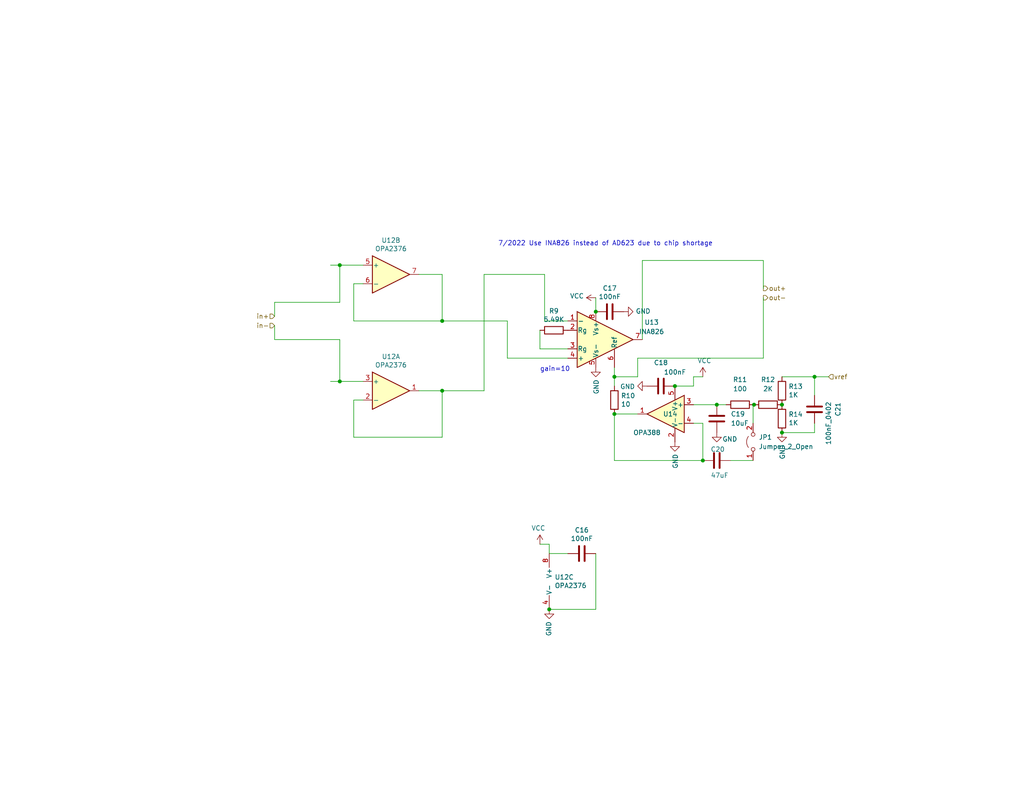
<source format=kicad_sch>
(kicad_sch (version 20230121) (generator eeschema)
  (paper "USLetter")
  (title_block (date "2023-08-21") (rev "9") (company "Boulder, CO 80305") (comment 1 "325 Broadway") (comment 2 "NIST") (comment 3 "Sae Woo Nam"))
  (lib_symbols
    (symbol "0JLC-6:10" (pin_numbers hide) (pin_names (offset 0))
      (property "Reference" "R" (at 2.032 0 90))
      (property "Value" "10" (at 0 0 90))
      (symbol "10_0_1"
        (rectangle (start -1.016 -2.54) (end 1.016 2.54) (stroke (width 0.254)))
      )
      (symbol "10_1_1"
        (pin passive line (at 0 3.81 270) (length 1.27) (name "~") (number "1"))
        (pin passive line (at 0 -3.81 90) (length 1.27) (name "~") (number "2"))
      )
    )
    (symbol "0JLC-6:100" (pin_numbers hide) (pin_names (offset 0))
      (property "Reference" "R" (at 2.032 0 90))
      (property "Value" "100" (at 0 0 90))
      (symbol "100_0_1"
        (rectangle (start -1.016 -2.54) (end 1.016 2.54) (stroke (width 0.254)))
      )
      (symbol "100_1_1"
        (pin passive line (at 0 3.81 270) (length 1.27) (name "~") (number "1"))
        (pin passive line (at 0 -3.81 90) (length 1.27) (name "~") (number "2"))
      )
    )
    (symbol "0JLC-6:10K" (pin_numbers hide) (pin_names (offset 0))
      (property "Reference" "R" (at 2.032 0 90))
      (property "Value" "10K" (at 0 0 90))
      (symbol "10K_0_1"
        (rectangle (start -1.016 -2.54) (end 1.016 2.54) (stroke (width 0.254)))
      )
      (symbol "10K_1_1"
        (pin passive line (at 0 3.81 270) (length 1.27) (name "~") (number "1"))
        (pin passive line (at 0 -3.81 90) (length 1.27) (name "~") (number "2"))
      )
    )
    (symbol "0JLC-6:10uF_1206_50V" (pin_numbers hide) (pin_names (offset 0.254))
      (property "Reference" "C" (at 0.635 2.54 0))
      (property "Value" "10uF_1206_50V" (at 0.635 -2.54 0))
      (symbol "10uF_1206_50V_0_1"
        (polyline (pts (xy -2.032 -0.762) (xy 2.032 -0.762)) (stroke (width 0.508)))
        (polyline (pts (xy -2.032 0.762) (xy 2.032 0.762)) (stroke (width 0.508)))
      )
      (symbol "10uF_1206_50V_1_1"
        (pin passive line (at 0 3.81 270) (length 2.794) (name "~") (number "1"))
        (pin passive line (at 0 -3.81 90) (length 2.794) (name "~") (number "2"))
      )
    )
    (symbol "0JLC-6:2K" (pin_numbers hide) (pin_names (offset 0))
      (property "Reference" "R" (at 2.032 0 90))
      (property "Value" "2K" (at 0 0 90))
      (symbol "2K_0_1"
        (rectangle (start -1.016 -2.54) (end 1.016 2.54) (stroke (width 0.254)))
      )
      (symbol "2K_1_1"
        (pin passive line (at 0 3.81 270) (length 1.27) (name "~") (number "1"))
        (pin passive line (at 0 -3.81 90) (length 1.27) (name "~") (number "2"))
      )
    )
    (symbol "0JLC-7:100nF" (pin_numbers hide) (pin_names (offset 0.254))
      (property "Reference" "C8" (at -3.81 -1.2701 0))
      (property "Value" "100nF" (at -3.81 1.2699 0))
      (symbol "100nF_0_1"
        (polyline (pts (xy -2.032 -0.762) (xy 2.032 -0.762)) (stroke (width 0.508)))
        (polyline (pts (xy -2.032 0.762) (xy 2.032 0.762)) (stroke (width 0.508)))
      )
      (symbol "100nF_1_1"
        (pin passive line (at 0 3.81 270) (length 2.794) (name "~") (number "1"))
        (pin passive line (at 0 -3.81 90) (length 2.794) (name "~") (number "2"))
      )
    )
    (symbol "0JLC-7:100nF_0402" (pin_numbers hide) (pin_names (offset 0.254))
      (property "Reference" "C?" (at -6.4008 0 90))
      (property "Value" "100nF_0402" (at -3.81 3.81 90))
      (symbol "100nF_0402_0_1"
        (polyline (pts (xy -2.032 -0.762) (xy 2.032 -0.762)) (stroke (width 0.508)))
        (polyline (pts (xy -2.032 0.762) (xy 2.032 0.762)) (stroke (width 0.508)))
      )
      (symbol "100nF_0402_1_1"
        (pin passive line (at 0 3.81 270) (length 2.794) (name "~") (number "1"))
        (pin passive line (at 0 -3.81 90) (length 2.794) (name "~") (number "2"))
      )
    )
    (symbol "0lbl_amp:INA826" (pin_names (offset 0.127))
      (property "Reference" "U" (at 3.81 7.62 0))
      (property "Value" "INA826" (at 3.81 5.08 0))
      (symbol "INA826_0_1"
        (polyline (pts (xy -7.62 7.62) (xy -7.62 -7.62) (xy 7.62 0) (xy -7.62 7.62)) (stroke (width 0.254)) (fill (type background)))
      )
      (symbol "INA826_1_1"
        (pin input line (at -10.16 5.08 0) (length 2.54) (name "-") (number "1"))
        (pin passive line (at -10.16 2.54 0) (length 2.54) (name "Rg") (number "2"))
        (pin passive line (at -10.16 -2.54 0) (length 2.54) (name "Rg") (number "3"))
        (pin input line (at -10.16 -5.08 0) (length 2.54) (name "+") (number "4"))
        (pin power_in line (at -2.54 -7.62 90) (length 2.54) (name "Vs-") (number "5"))
        (pin passive line (at 2.54 -7.62 90) (length 5.08) (name "Ref") (number "6"))
        (pin output line (at 10.16 0 180) (length 2.54) (name "~") (number "7"))
        (pin power_in line (at -2.54 7.62 270) (length 2.54) (name "Vs+") (number "8"))
      )
    )
    (symbol "Amplifier_Operational:OPA2376xxDGK" (pin_names (offset 0.127))
      (property "Reference" "U" (at 0 5.08 0))
      (property "Value" "OPA2376xxDGK" (at 0 -5.08 0))
      (symbol "OPA2376xxDGK_1_1"
        (polyline (pts (xy -5.08 5.08) (xy 5.08 0) (xy -5.08 -5.08) (xy -5.08 5.08)) (stroke (width 0.254)) (fill (type background)))
        (pin output line (at 7.62 0 180) (length 2.54) (name "~") (number "1"))
        (pin input line (at -7.62 -2.54 0) (length 2.54) (name "-") (number "2"))
        (pin input line (at -7.62 2.54 0) (length 2.54) (name "+") (number "3"))
      )
      (symbol "OPA2376xxDGK_2_1"
        (polyline (pts (xy -5.08 5.08) (xy 5.08 0) (xy -5.08 -5.08) (xy -5.08 5.08)) (stroke (width 0.254)) (fill (type background)))
        (pin input line (at -7.62 2.54 0) (length 2.54) (name "+") (number "5"))
        (pin input line (at -7.62 -2.54 0) (length 2.54) (name "-") (number "6"))
        (pin output line (at 7.62 0 180) (length 2.54) (name "~") (number "7"))
      )
      (symbol "OPA2376xxDGK_3_1"
        (pin power_in line (at -2.54 -7.62 90) (length 3.81) (name "V-") (number "4"))
        (pin power_in line (at -2.54 7.62 270) (length 3.81) (name "V+") (number "8"))
      )
    )
    (symbol "Amplifier_Operational:OPA333xxDBV" (pin_names (offset 0.127))
      (property "Reference" "U" (at -1.27 6.35 0))
      (property "Value" "OPA333xxDBV" (at -1.27 3.81 0))
      (symbol "OPA333xxDBV_0_1"
        (polyline (pts (xy -5.08 5.08) (xy 5.08 0) (xy -5.08 -5.08) (xy -5.08 5.08)) (stroke (width 0.254)) (fill (type background)))
        (pin power_in line (at -2.54 -7.62 90) (length 3.81) (name "V-") (number "2"))
        (pin power_in line (at -2.54 7.62 270) (length 3.81) (name "V+") (number "5"))
      )
      (symbol "OPA333xxDBV_1_1"
        (pin output line (at 7.62 0 180) (length 2.54) (name "~") (number "1"))
        (pin input line (at -7.62 2.54 0) (length 2.54) (name "+") (number "3"))
        (pin input line (at -7.62 -2.54 0) (length 2.54) (name "-") (number "4"))
      )
    )
    (symbol "Jumper:Jumper_2_Open" (pin_names (offset 0) hide)
      (property "Reference" "JP" (at 0 2.794 0))
      (property "Value" "Jumper_2_Open" (at 0 -2.286 0))
      (symbol "Jumper_2_Open_0_0"
        (circle (center -2.032 0) (radius 0.508))
        (circle (center 2.032 0) (radius 0.508))
      )
      (symbol "Jumper_2_Open_0_1"
        (arc (start 1.524 1.27) (mid 0 1.778) (end -1.524 1.27))
      )
      (symbol "Jumper_2_Open_1_1"
        (pin passive line (at -5.08 0 0) (length 2.54) (name "A") (number "1"))
        (pin passive line (at 5.08 0 180) (length 2.54) (name "B") (number "2"))
      )
    )
    (symbol "power:GND" (power) (pin_names (offset 0))
      (property "Value" "GND" (at 0 -3.81 0))
      (symbol "GND_0_1"
        (polyline (pts (xy 0 0) (xy 0 -1.27) (xy 1.27 -1.27) (xy 0 -2.54) (xy -1.27 -1.27) (xy 0 -1.27)))
      )
      (symbol "GND_1_1"
        (pin power_in line (at 0 0 270) (length 0) hide (name "GND") (number "1"))
      )
    )
    (symbol "power:VCC" (power) (pin_names (offset 0))
      (property "Value" "VCC" (at 0 3.81 0))
      (symbol "VCC_0_1"
        (polyline (pts (xy -0.762 1.27) (xy 0 2.54)))
        (polyline (pts (xy 0 0) (xy 0 2.54)))
        (polyline (pts (xy 0 2.54) (xy 0.762 1.27)))
      )
      (symbol "VCC_1_1"
        (pin power_in line (at 0 0 90) (length 0) hide (name "VCC") (number "1"))
      )
    )
  )
  (junction (at 205.74 110.49))
  (junction (at 222.25 102.87))
  (junction (at 167.64 102.87))
  (junction (at 213.36 118.11))
  (junction (at 213.36 110.49))
  (junction (at 162.56 85.09))
  (junction (at 191.77 125.73))
  (junction (at 167.64 113.03))
  (junction (at 149.86 166.37))
  (junction (at 184.15 105.41))
  (junction (at 92.71 104.14))
  (junction (at 195.58 110.49))
  (junction (at 92.71 72.39))
  (junction (at 120.65 106.68))
  (junction (at 120.65 87.63))
  (wire (pts (xy 74.93 82.55) (xy 92.71 82.55)))
  (wire (pts (xy 138.43 87.63) (xy 138.43 97.79)))
  (wire (pts (xy 189.23 110.49) (xy 195.58 110.49)))
  (wire (pts (xy 120.65 74.93) (xy 114.3 74.93)))
  (wire (pts (xy 92.71 92.71) (xy 92.71 104.14)))
  (wire (pts (xy 120.65 74.93) (xy 120.65 87.63)))
  (wire (pts (xy 173.99 97.79) (xy 208.28 97.79)))
  (wire (pts (xy 175.26 71.12) (xy 208.28 71.12)))
  (wire (pts (xy 184.15 105.41) (xy 189.23 105.41)))
  (wire (pts (xy 96.52 77.47) (xy 99.06 77.47)))
  (wire (pts (xy 92.71 92.71) (xy 74.93 92.71)))
  (wire (pts (xy 120.65 106.68) (xy 132.08 106.68)))
  (wire (pts (xy 96.52 109.22) (xy 99.06 109.22)))
  (wire (pts (xy 99.06 72.39) (xy 92.71 72.39)))
  (wire (pts (xy 120.65 119.38) (xy 96.52 119.38)))
  (wire (pts (xy 167.64 105.41) (xy 167.64 102.87)))
  (wire (pts (xy 162.56 151.13) (xy 162.56 166.37)))
  (wire (pts (xy 96.52 87.63) (xy 96.52 77.47)))
  (wire (pts (xy 191.77 115.57) (xy 189.23 115.57)))
  (wire (pts (xy 162.56 85.09) (xy 162.56 81.28)))
  (wire (pts (xy 222.25 118.11) (xy 213.36 118.11)))
  (wire (pts (xy 222.25 102.87) (xy 226.06 102.87)))
  (wire (pts (xy 148.59 74.93) (xy 148.59 87.63)))
  (wire (pts (xy 132.08 74.93) (xy 148.59 74.93)))
  (wire (pts (xy 162.56 166.37) (xy 149.86 166.37)))
  (wire (pts (xy 205.486 115.57) (xy 205.486 110.49)))
  (wire (pts (xy 120.65 87.63) (xy 138.43 87.63)))
  (wire (pts (xy 208.28 71.12) (xy 208.28 78.74)))
  (wire (pts (xy 222.25 102.87) (xy 222.25 107.95)))
  (wire (pts (xy 154.94 151.13) (xy 149.86 151.13)))
  (wire (pts (xy 132.08 106.68) (xy 132.08 74.93)))
  (wire (pts (xy 148.59 87.63) (xy 154.94 87.63)))
  (wire (pts (xy 167.64 102.87) (xy 167.64 100.33)))
  (wire (pts (xy 222.25 115.57) (xy 222.25 118.11)))
  (wire (pts (xy 175.26 92.71) (xy 175.26 71.12)))
  (wire (pts (xy 195.58 110.49) (xy 198.12 110.49)))
  (wire (pts (xy 120.65 106.68) (xy 114.3 106.68)))
  (wire (pts (xy 189.23 105.41) (xy 189.23 102.87)))
  (wire (pts (xy 92.71 82.55) (xy 92.71 72.39)))
  (wire (pts (xy 167.64 125.73) (xy 191.77 125.73)))
  (wire (pts (xy 92.71 104.14) (xy 90.17 104.14)))
  (wire (pts (xy 173.99 102.87) (xy 167.64 102.87)))
  (wire (pts (xy 92.71 72.39) (xy 90.17 72.39)))
  (wire (pts (xy 154.94 97.79) (xy 138.43 97.79)))
  (wire (pts (xy 74.93 82.55) (xy 74.93 86.36)))
  (wire (pts (xy 147.32 90.17) (xy 147.32 95.25)))
  (wire (pts (xy 120.65 106.68) (xy 120.65 119.38)))
  (wire (pts (xy 74.93 88.9) (xy 74.93 92.71)))
  (wire (pts (xy 199.39 125.73) (xy 205.486 125.73)))
  (wire (pts (xy 205.486 110.49) (xy 205.74 110.49)))
  (wire (pts (xy 96.52 119.38) (xy 96.52 109.22)))
  (wire (pts (xy 167.64 113.03) (xy 167.64 125.73)))
  (wire (pts (xy 120.65 87.63) (xy 96.52 87.63)))
  (wire (pts (xy 173.99 97.79) (xy 173.99 102.87)))
  (wire (pts (xy 213.36 102.87) (xy 222.25 102.87)))
  (wire (pts (xy 208.28 81.28) (xy 208.28 97.79)))
  (wire (pts (xy 191.77 125.73) (xy 191.77 115.57)))
  (wire (pts (xy 149.86 151.13) (xy 149.86 148.59)))
  (wire (pts (xy 147.32 95.25) (xy 154.94 95.25)))
  (wire (pts (xy 99.06 104.14) (xy 92.71 104.14)))
  (wire (pts (xy 189.23 102.87) (xy 191.77 102.87)))
  (wire (pts (xy 149.86 148.59) (xy 147.32 148.59)))
  (wire (pts (xy 167.64 113.03) (xy 173.99 113.03)))
  (text "7/2022 Use INA826 instead of AD623 due to chip shortage" (at 135.89 67.31 0) (effects (font (size 1.27 1.27)) (justify left bottom)))
  (text "gain=10" (at 147.32 101.6 0) (effects (font (size 1.27 1.27)) (justify left bottom)))
  (hierarchical_label "in-" (shape input) (at 74.93 88.9 180))
  (hierarchical_label "out+" (shape output) (at 208.28 78.74 0))
  (hierarchical_label "in+" (shape input) (at 74.93 86.36 180))
  (hierarchical_label "out-" (shape output) (at 208.28 81.28 0))
  (hierarchical_label "vref" (shape input) (at 226.06 102.87 0))
  (symbol (lib_id "0JLC-7:100nF") (at 158.75 151.13 90) (mirror x) (unit 1)
    (property "Reference" "C16" (at 158.75 144.7292 90))
    (property "Value" "100nF" (at 158.75 147.0406 90))
    (property "Footprint" "Capacitor_SMD:C_0603_1608Metric_Pad1.08x0.95mm_HandSolder" (effects hide))
    (property "LCSC" "C14663" (effects hide))
    (property "MPN" "CC0603KRX7R9BB104" (effects hide))
  )
  (symbol (lib_id "power:GND") (at 149.86 166.37 0) (mirror y) (unit 1)
    (property "Reference" "#PWR041" (effects hide))
    (property "Value" "GND" (at 149.733 169.6212 90) (effects (justify right)))
  )
  (symbol (lib_id "power:VCC") (at 147.32 148.59 0) (mirror y) (unit 1)
    (property "Reference" "#PWR040" (effects hide))
    (property "Value" "VCC" (at 146.8882 144.1958 0))
  )
  (symbol (lib_id "0JLC-6:10") (at 167.64 109.22 180) (unit 1)
    (property "Reference" "R10" (at 169.418 108.0516 0) (effects (justify right)))
    (property "Value" "10" (at 169.418 110.363 0) (effects (justify right)))
    (property "Footprint" "Resistor_SMD:R_0603_1608Metric_Pad0.98x0.95mm_HandSolder" (effects hide))
    (property "LCSC" "C22859" (effects hide))
    (property "MPN" "0603WAF100JT5E" (effects hide))
  )
  (symbol (lib_id "power:GND") (at 184.15 120.65 0) (unit 1)
    (property "Reference" "#PWR046" (effects hide))
    (property "Value" "GND" (at 184.277 123.9012 90) (effects (justify right)))
  )
  (symbol (lib_id "power:GND") (at 162.56 100.33 0) (unit 1)
    (property "Reference" "#PWR043" (effects hide))
    (property "Value" "GND" (at 162.687 103.5812 90) (effects (justify right)))
  )
  (symbol (lib_id "0JLC-7:100nF") (at 180.34 105.41 270) (unit 1)
    (property "Reference" "C18" (at 180.34 99.0092 90))
    (property "Value" "100nF" (at 184.15 101.6 90))
    (property "Footprint" "Capacitor_SMD:C_0603_1608Metric_Pad1.08x0.95mm_HandSolder" (effects hide))
    (property "LCSC" "C14663" (effects hide))
    (property "MPN" "CC0603KRX7R9BB104" (effects hide))
  )
  (symbol (lib_id "power:GND") (at 176.53 105.41 270) (unit 1)
    (property "Reference" "#PWR045" (effects hide))
    (property "Value" "GND" (at 173.2788 105.537 90) (effects (justify right)))
  )
  (symbol (lib_id "power:GND") (at 170.18 85.09 90) (unit 1)
    (property "Reference" "#PWR044" (effects hide))
    (property "Value" "GND" (at 173.4312 84.963 90) (effects (justify right)))
  )
  (symbol (lib_id "0JLC-7:100nF") (at 166.37 85.09 270) (unit 1)
    (property "Reference" "C17" (at 166.37 78.6892 90))
    (property "Value" "100nF" (at 166.37 81.0006 90))
    (property "Footprint" "Capacitor_SMD:C_0603_1608Metric_Pad1.08x0.95mm_HandSolder" (effects hide))
    (property "LCSC" "C14663" (effects hide))
    (property "MPN" "CC0603KRX7R9BB104" (effects hide))
  )
  (symbol (lib_id "power:VCC") (at 162.56 81.28 90) (unit 1)
    (property "Reference" "#PWR042" (effects hide))
    (property "Value" "VCC" (at 159.3342 80.8228 90) (effects (justify left)))
  )
  (symbol (lib_id "power:VCC") (at 191.77 102.87 0) (unit 1)
    (property "Reference" "#PWR047" (effects hide))
    (property "Value" "VCC" (at 192.2018 98.4758 0))
  )
  (symbol (lib_id "0JLC-6:10K") (at 213.36 106.68 0) (unit 1)
    (property "Reference" "R13" (at 215.138 105.5116 0) (effects (justify left)))
    (property "Value" "1K" (at 215.138 107.823 0) (effects (justify left)))
    (property "Footprint" "Resistor_SMD:R_0402_1005Metric_Pad0.72x0.64mm_HandSolder" (effects hide))
    (property "LCSC" "C25804" (effects hide))
    (property "MPN" "0603WAF1002T5E" (effects hide))
  )
  (symbol (lib_id "0JLC-6:10K") (at 213.36 114.3 0) (unit 1)
    (property "Reference" "R14" (at 215.138 113.1316 0) (effects (justify left)))
    (property "Value" "1K" (at 215.138 115.443 0) (effects (justify left)))
    (property "Footprint" "Resistor_SMD:R_0402_1005Metric_Pad0.72x0.64mm_HandSolder" (effects hide))
    (property "LCSC" "C25804" (effects hide))
    (property "MPN" "0603WAF1002T5E" (effects hide))
  )
  (symbol (lib_id "power:GND") (at 213.36 118.11 0) (unit 1)
    (property "Reference" "#PWR049" (effects hide))
    (property "Value" "GND" (at 213.487 121.3612 90) (effects (justify right)))
  )
  (symbol (lib_id "0JLC-6:100") (at 151.13 90.17 270) (unit 1)
    (property "Reference" "R9" (at 151.13 84.9122 90))
    (property "Value" "5.49K" (at 151.13 87.2236 90))
    (property "Footprint" "Resistor_SMD:R_0603_1608Metric_Pad0.98x0.95mm_HandSolder" (effects hide))
    (property "LCSC" "C23069" (effects hide))
    (property "MPN" "0603WAF5491T5E" (effects hide))
  )
  (symbol (lib_id "Amplifier_Operational:OPA2376xxDGK") (at 106.68 106.68 0) (unit 1)
    (property "Reference" "U12" (at 106.68 97.3582 0))
    (property "Value" "OPA2376" (at 106.68 99.6696 0))
    (property "Footprint" "Package_SO:SOIC-8_3.9x4.9mm_P1.27mm" (effects hide))
    (property "LCSC" "C46316" (effects hide))
    (property "MPN" "OPA2376" (effects hide))
    (property "Field5" "C46316 / OPA2376.  C1517414 / OPA2388IDR" (effects hide))
    (property "JLCPCB Rotation Offset" "-90" (effects hide))
  )
  (symbol (lib_id "Amplifier_Operational:OPA2376xxDGK") (at 106.68 74.93 0) (unit 2)
    (property "Reference" "U12" (at 106.68 65.6082 0))
    (property "Value" "OPA2376" (at 106.68 67.9196 0))
    (property "Footprint" "Package_SO:SOIC-8_3.9x4.9mm_P1.27mm" (effects hide))
    (property "LCSC" "C46316" (effects hide))
    (property "MPN" "OPA2376" (effects hide))
    (property "Field5" "C46316 / OPA2376.  C1517414 / OPA2388IDR" (effects hide))
    (property "JLCPCB Rotation Offset" "-90" (effects hide))
  )
  (symbol (lib_id "Amplifier_Operational:OPA2376xxDGK") (at 152.4 158.75 0) (unit 3)
    (property "Reference" "U12" (at 151.3332 157.5816 0) (effects (justify left)))
    (property "Value" "OPA2376" (at 151.3332 159.893 0) (effects (justify left)))
    (property "Footprint" "Package_SO:SOIC-8_3.9x4.9mm_P1.27mm" (effects hide))
    (property "LCSC" "C46316" (effects hide))
    (property "MPN" "OPA2376" (effects hide))
    (property "Field5" "C46316 / OPA2376.  C1517414 / OPA2388IDR" (effects hide))
    (property "JLCPCB Rotation Offset" "-90" (effects hide))
  )
  (symbol (lib_id "Amplifier_Operational:OPA333xxDBV") (at 181.61 113.03 0) (mirror y) (unit 1)
    (property "Reference" "U14" (at 182.88 113.03 0))
    (property "Value" "OPA388" (at 176.53 118.11 0))
    (property "Footprint" "Package_TO_SOT_SMD:SOT-23-5" (effects hide))
    (property "Datasheet" "http://www.ti.com/lit/ds/symlink/opa333.pdf" (effects hide))
    (property "LCSC" "C30878" (effects hide))
    (property "MPN" "OPA333AIDBVR" (effects hide))
    (property "JLCPCB Rotation Offset" "180" (effects hide))
  )
  (symbol (lib_id "power:GND") (at 195.58 118.11 0) (unit 1)
    (property "Reference" "#PWR048" (effects hide))
    (property "Value" "GND" (at 199.136 119.888 0))
  )
  (symbol (lib_id "0lbl_amp:INA826") (at 165.1 92.71 0) (unit 1)
    (property "Reference" "U13" (at 177.8 88.011 0))
    (property "Value" "INA826" (at 177.8 90.551 0))
    (property "Footprint" "Package_SO:SOIC-8_3.9x4.9mm_P1.27mm" (effects hide))
    (property "Datasheet" "https://www.ti.com/lit/ds/symlink/ina826.pdf" (effects hide))
    (property "LCSC" "C38433" (effects hide))
    (property "MPN" "INA826AIDR" (effects hide))
    (property "JLCPCB Rotation Offset" "-90" (effects hide))
  )
  (symbol (lib_id "0JLC-6:10uF_1206_50V") (at 195.58 125.73 90) (unit 1)
    (property "Reference" "C20" (at 195.834 122.682 90))
    (property "Value" "47uF" (at 196.342 129.794 90))
    (property "Footprint" "Capacitor_SMD:C_1210_3225Metric_Pad1.33x2.70mm_HandSolder" (effects hide))
    (property "LCSC" "C396816" (effects hide))
    (property "MPN" "1210X476K6R3CT" (effects hide))
  )
  (symbol (lib_id "0JLC-7:100nF_0402") (at 222.25 111.76 180) (unit 1)
    (property "Reference" "C21" (at 228.6508 111.76 90))
    (property "Value" "100nF_0402" (at 226.06 115.57 90))
    (property "Footprint" "Capacitor_SMD:C_0402_1005Metric_Pad0.74x0.62mm_HandSolder" (effects hide))
    (property "LCSC" "C56392" (effects hide))
    (property "MPN" "0402B104K250NT" (effects hide))
  )
  (symbol (lib_id "Jumper:Jumper_2_Open") (at 205.486 120.65 90) (unit 1) (in_bom no)
    (property "Reference" "JP1" (at 207.01 119.3799 90) (effects (justify right)))
    (property "Value" "Jumper_2_Open" (at 207.01 121.9199 90) (effects (justify right)))
    (property "Footprint" "Jumper:SolderJumper-2_P1.3mm_Open_RoundedPad1.0x1.5mm" (effects hide))
  )
  (symbol (lib_id "0JLC-6:10uF_1206_50V") (at 195.58 114.3 0) (unit 1)
    (property "Reference" "C19" (at 199.39 113.0299 0) (effects (justify left)))
    (property "Value" "10uF" (at 199.39 115.5699 0) (effects (justify left)))
    (property "Footprint" "Capacitor_SMD:C_1210_3225Metric_Pad1.33x2.70mm_HandSolder" (effects hide))
    (property "LCSC" "C318781" (effects hide))
    (property "MPN" "CL32B106KAULNNE" (effects hide))
  )
  (symbol (lib_id "0JLC-6:2K") (at 209.55 110.49 90) (unit 1)
    (property "Reference" "R12" (at 209.55 103.632 90))
    (property "Value" "2K" (at 209.55 106.172 90))
    (property "Footprint" "Resistor_SMD:R_0603_1608Metric_Pad0.98x0.95mm_HandSolder" (effects hide))
    (property "LCSC" "C22975" (effects hide))
    (property "MPN" "0603WAF2001T5E" (effects hide))
  )
  (symbol (lib_id "0JLC-6:100") (at 201.93 110.49 90) (unit 1)
    (property "Reference" "R11" (at 201.93 103.632 90))
    (property "Value" "100" (at 201.93 106.172 90))
    (property "Footprint" "Resistor_SMD:R_0603_1608Metric_Pad0.98x0.95mm_HandSolder" (effects hide))
    (property "LCSC" "C22775" (effects hide))
    (property "MPN" "0603WAF1000T5E" (effects hide))
  )
)
</source>
